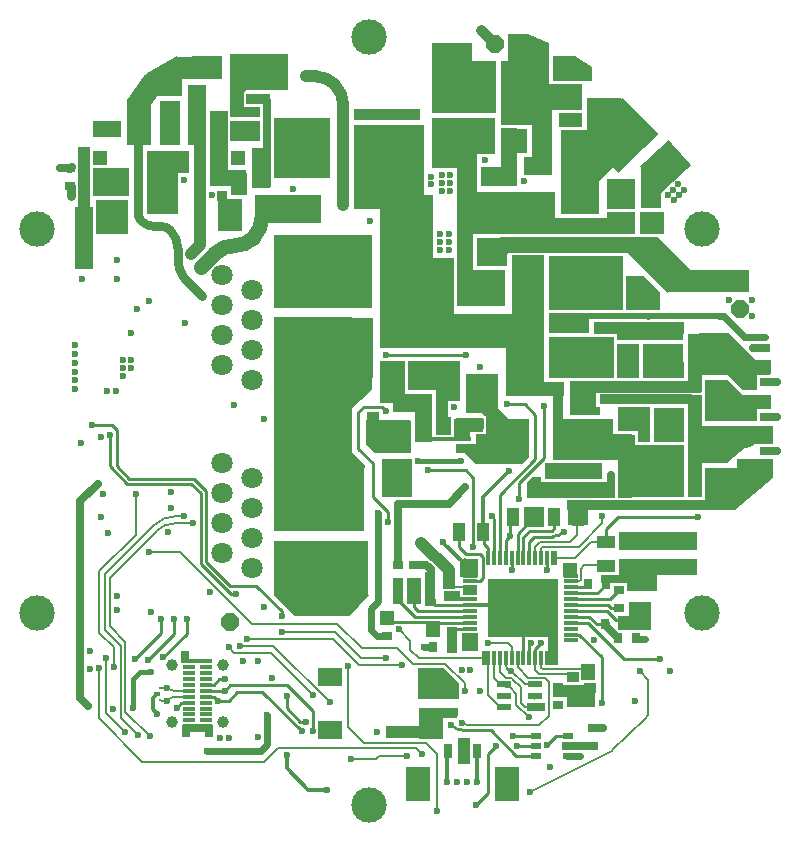
<source format=gtl>
G04*
G04 #@! TF.GenerationSoftware,Altium Limited,Altium Designer,22.0.2 (36)*
G04*
G04 Layer_Physical_Order=1*
G04 Layer_Color=255*
%FSLAX25Y25*%
%MOIN*%
G70*
G04*
G04 #@! TF.SameCoordinates,03AFB46A-AB1F-498B-8AA6-452B2CF56A70*
G04*
G04*
G04 #@! TF.FilePolarity,Positive*
G04*
G01*
G75*
%ADD12C,0.01000*%
%ADD14C,0.00800*%
%ADD26R,0.03500X0.03000*%
%ADD27R,0.22835X0.24410*%
%ADD28R,0.06299X0.11811*%
%ADD29R,0.09843X0.06693*%
%ADD30R,0.17717X0.06496*%
%ADD31R,0.00787X0.00787*%
%ADD32R,0.02559X0.03819*%
%ADD33R,0.04000X0.06000*%
%ADD34R,0.04173X0.07165*%
%ADD35R,0.03000X0.03500*%
%ADD36R,0.10984X0.10118*%
%ADD37R,0.15748X0.07874*%
%ADD38R,0.04803X0.02441*%
%ADD39R,0.08268X0.11811*%
%ADD40R,0.03150X0.05118*%
%ADD41R,0.03740X0.02362*%
%ADD42R,0.07874X0.05906*%
%ADD43R,0.04724X0.04724*%
%ADD44R,0.06000X0.04000*%
%ADD45R,0.03937X0.01181*%
%ADD46R,0.05118X0.04606*%
%ADD47P,0.06494X8X202.5*%
%ADD48P,0.06494X8X292.5*%
%ADD49R,0.03150X0.03543*%
%ADD50R,0.19685X0.19685*%
%ADD51R,0.01260X0.04803*%
%ADD52R,0.04803X0.01260*%
%ADD53R,0.02362X0.03150*%
%ADD54R,0.03150X0.02362*%
%ADD55R,0.10236X0.12598*%
%ADD99C,0.04000*%
%ADD100C,0.03000*%
%ADD101C,0.05000*%
%ADD102C,0.01800*%
%ADD103C,0.01500*%
%ADD104C,0.02500*%
%ADD105C,0.01200*%
%ADD106C,0.02200*%
%ADD107C,0.03500*%
%ADD108C,0.02000*%
%ADD109R,0.04471X0.10683*%
%ADD110R,0.02000X0.01500*%
G04:AMPARAMS|DCode=111|XSize=75.03mil|YSize=105.6mil|CornerRadius=0mil|HoleSize=0mil|Usage=FLASHONLY|Rotation=325.000|XOffset=0mil|YOffset=0mil|HoleType=Round|Shape=Rectangle|*
%AMROTATEDRECTD111*
4,1,4,-0.06102,-0.02173,-0.00045,0.06477,0.06102,0.02173,0.00045,-0.06477,-0.06102,-0.02173,0.0*
%
%ADD111ROTATEDRECTD111*%

G04:AMPARAMS|DCode=112|XSize=67.84mil|YSize=119.15mil|CornerRadius=0mil|HoleSize=0mil|Usage=FLASHONLY|Rotation=300.000|XOffset=0mil|YOffset=0mil|HoleType=Round|Shape=Rectangle|*
%AMROTATEDRECTD112*
4,1,4,-0.06855,-0.00041,0.03463,0.05916,0.06855,0.00041,-0.03463,-0.05916,-0.06855,-0.00041,0.0*
%
%ADD112ROTATEDRECTD112*%

%ADD113R,0.15372X0.07735*%
%ADD114R,0.08300X0.15005*%
%ADD115R,0.09813X0.07500*%
%ADD116R,0.14600X0.01600*%
%ADD117R,0.05400X0.07100*%
%ADD118R,0.07900X0.13300*%
%ADD119R,0.21600X0.17800*%
%ADD120R,0.26100X0.08785*%
%ADD121R,0.05100X0.21385*%
%ADD122R,0.20200X0.08463*%
%ADD123R,0.19400X0.12400*%
%ADD124R,0.06753X0.08275*%
%ADD125R,0.06200X0.19944*%
%ADD126R,0.09601X0.04650*%
%ADD127R,0.02918X0.04328*%
%ADD128R,0.09700X0.01800*%
%ADD129R,0.32800X0.14300*%
%ADD130R,0.19400X0.04800*%
%ADD131R,0.03800X0.26000*%
%ADD132R,0.12600X0.19200*%
%ADD133R,0.31700X0.18406*%
%ADD134R,0.30250X0.21850*%
%ADD135R,0.31000X0.11600*%
%ADD136R,0.06300X0.22000*%
%ADD137R,0.05726X0.31600*%
%ADD138R,0.12200X0.05300*%
%ADD139R,0.03726X0.19585*%
G04:AMPARAMS|DCode=140|XSize=155.54mil|YSize=69.2mil|CornerRadius=0mil|HoleSize=0mil|Usage=FLASHONLY|Rotation=45.000|XOffset=0mil|YOffset=0mil|HoleType=Round|Shape=Rectangle|*
%AMROTATEDRECTD140*
4,1,4,-0.03053,-0.07946,-0.07946,-0.03053,0.03053,0.07946,0.07946,0.03053,-0.03053,-0.07946,0.0*
%
%ADD140ROTATEDRECTD140*%

G04:AMPARAMS|DCode=141|XSize=62.04mil|YSize=111.79mil|CornerRadius=0mil|HoleSize=0mil|Usage=FLASHONLY|Rotation=42.000|XOffset=0mil|YOffset=0mil|HoleType=Round|Shape=Rectangle|*
%AMROTATEDRECTD141*
4,1,4,0.01435,-0.06229,-0.06045,0.02078,-0.01435,0.06229,0.06045,-0.02078,0.01435,-0.06229,0.0*
%
%ADD141ROTATEDRECTD141*%

%ADD142R,0.16437X0.25000*%
%ADD143R,0.16237X0.12100*%
%ADD144R,0.05498X0.55954*%
%ADD145R,0.14666X0.57853*%
%ADD146R,0.04200X0.06000*%
%ADD147R,0.13800X0.18000*%
%ADD148R,0.07500X0.01100*%
%ADD149R,0.04600X0.04736*%
%ADD150R,0.06150X0.05100*%
%ADD151R,0.13800X0.23300*%
%ADD152R,0.05891X0.02561*%
%ADD153R,0.04379X0.03324*%
%ADD154R,0.03726X0.29097*%
%ADD155R,0.04678X0.05237*%
%ADD156R,0.10400X0.13095*%
%ADD157R,0.09378X0.07700*%
%ADD158R,0.14300X0.04337*%
%ADD159R,0.53000X0.05200*%
%ADD160R,0.07020X0.19897*%
%ADD161R,0.12372X0.09500*%
%ADD162R,0.25900X0.52000*%
%ADD163R,0.08400X0.07500*%
G04:AMPARAMS|DCode=164|XSize=88.39mil|YSize=172.54mil|CornerRadius=0mil|HoleSize=0mil|Usage=FLASHONLY|Rotation=45.000|XOffset=0mil|YOffset=0mil|HoleType=Round|Shape=Rectangle|*
%AMROTATEDRECTD164*
4,1,4,0.02975,-0.09225,-0.09225,0.02975,-0.02975,0.09225,0.09225,-0.02975,0.02975,-0.09225,0.0*
%
%ADD164ROTATEDRECTD164*%

%ADD165R,0.04031X0.03870*%
%ADD166R,0.04700X0.34300*%
%ADD167R,0.04700X0.19700*%
%ADD168R,0.03600X0.06900*%
%ADD169R,0.18700X0.20200*%
%ADD170R,0.04500X0.07177*%
%ADD171R,0.07235X0.08200*%
%ADD172R,0.22300X0.03500*%
%ADD173R,0.25900X0.05900*%
%ADD174R,0.03850X0.03537*%
%ADD175R,0.20713X0.05800*%
G04:AMPARAMS|DCode=176|XSize=157.93mil|YSize=61.55mil|CornerRadius=0mil|HoleSize=0mil|Usage=FLASHONLY|Rotation=43.000|XOffset=0mil|YOffset=0mil|HoleType=Round|Shape=Rectangle|*
%AMROTATEDRECTD176*
4,1,4,-0.03676,-0.07636,-0.07874,-0.03135,0.03676,0.07636,0.07874,0.03135,-0.03676,-0.07636,0.0*
%
%ADD176ROTATEDRECTD176*%

G04:AMPARAMS|DCode=177|XSize=128.03mil|YSize=66.49mil|CornerRadius=0mil|HoleSize=0mil|Usage=FLASHONLY|Rotation=42.000|XOffset=0mil|YOffset=0mil|HoleType=Round|Shape=Rectangle|*
%AMROTATEDRECTD177*
4,1,4,-0.02533,-0.06754,-0.06982,-0.01813,0.02533,0.06754,0.06982,0.01813,-0.02533,-0.06754,0.0*
%
%ADD177ROTATEDRECTD177*%

%ADD178R,0.07156X0.14150*%
%ADD179R,0.09774X0.10100*%
%ADD180R,0.56000X0.03300*%
%ADD181R,0.10100X0.03700*%
%ADD182R,0.04500X0.12300*%
%ADD183R,0.48100X0.02300*%
%ADD184R,0.04200X0.08826*%
%ADD185R,0.09700X0.02500*%
%ADD186R,0.05400X0.06000*%
%ADD187R,0.31050X0.03300*%
%ADD188R,0.29400X0.05200*%
%ADD189R,0.08421X0.06200*%
%ADD190R,0.22100X0.05000*%
%ADD191R,0.18600X0.05000*%
%ADD192R,0.11500X0.12100*%
%ADD193R,0.23900X0.06100*%
%ADD194R,0.39619X0.03900*%
%ADD195R,0.08100X0.12300*%
%ADD196R,0.13700X0.07000*%
%ADD197R,0.18700X0.04400*%
%ADD198R,0.07974X0.04700*%
%ADD199R,0.10300X0.03000*%
%ADD200R,0.10400X0.11600*%
%ADD201R,0.10600X0.07900*%
%ADD202R,0.13200X0.05700*%
%ADD203R,0.13500X0.11800*%
%ADD204R,0.07400X0.11800*%
%ADD205R,0.13979X0.07600*%
%ADD206R,0.03400X0.03500*%
%ADD207R,0.04100X0.24100*%
%ADD208R,0.09700X0.05500*%
%ADD209R,0.10600X0.11617*%
%ADD210R,0.07000X0.02500*%
%ADD211R,0.07100X0.06500*%
G04:AMPARAMS|DCode=212|XSize=53.74mil|YSize=199.4mil|CornerRadius=0mil|HoleSize=0mil|Usage=FLASHONLY|Rotation=45.000|XOffset=0mil|YOffset=0mil|HoleType=Round|Shape=Rectangle|*
%AMROTATEDRECTD212*
4,1,4,0.05150,-0.08950,-0.08950,0.05150,-0.05150,0.08950,0.08950,-0.05150,0.05150,-0.08950,0.0*
%
%ADD212ROTATEDRECTD212*%

%ADD213R,0.27650X0.07700*%
%ADD214R,0.11055X0.05100*%
%ADD215R,0.07500X0.09600*%
%ADD216R,0.30000X0.04000*%
%ADD217R,0.06285X0.20700*%
%ADD218R,0.02600X0.29425*%
%ADD219R,0.06000X0.13600*%
%ADD220R,0.05900X0.25000*%
%ADD221R,0.27900X0.20200*%
%ADD222R,0.08000X0.05900*%
%ADD223R,0.15900X0.10500*%
G04:AMPARAMS|DCode=224|XSize=208.66mil|YSize=128.77mil|CornerRadius=0mil|HoleSize=0mil|Usage=FLASHONLY|Rotation=45.000|XOffset=0mil|YOffset=0mil|HoleType=Round|Shape=Rectangle|*
%AMROTATEDRECTD224*
4,1,4,-0.02825,-0.11930,-0.11930,-0.02825,0.02825,0.11930,0.11930,0.02825,-0.02825,-0.11930,0.0*
%
%ADD224ROTATEDRECTD224*%

G04:AMPARAMS|DCode=225|XSize=66.31mil|YSize=169.71mil|CornerRadius=0mil|HoleSize=0mil|Usage=FLASHONLY|Rotation=225.000|XOffset=0mil|YOffset=0mil|HoleType=Round|Shape=Rectangle|*
%AMROTATEDRECTD225*
4,1,4,-0.03655,0.08345,0.08345,-0.03655,0.03655,-0.08345,-0.08345,0.03655,-0.03655,0.08345,0.0*
%
%ADD225ROTATEDRECTD225*%

%ADD226R,0.13100X0.27999*%
%ADD227R,0.12000X0.08500*%
%ADD228R,0.15900X0.16400*%
%ADD229R,0.18100X0.17400*%
%ADD230R,0.14019X0.16999*%
%ADD231R,0.23266X0.22200*%
%ADD232R,0.08300X0.10900*%
%ADD233R,0.09800X0.13000*%
%ADD234R,0.19300X0.09800*%
%ADD235R,0.06800X0.14684*%
%ADD236R,0.04800X0.05784*%
%ADD237R,0.03500X0.11600*%
%ADD238R,0.09900X0.10163*%
%ADD239R,0.09841X0.02700*%
%ADD240R,0.03383X0.06000*%
%ADD241R,0.03500X0.08500*%
%ADD242R,0.05500X0.03300*%
%ADD243R,0.02600X0.04803*%
%ADD244R,0.12000X0.02500*%
%ADD245R,0.13150X0.03600*%
%ADD246R,0.04800X0.04500*%
%ADD247R,0.08000X0.03200*%
%ADD248R,0.10100X0.06718*%
%ADD249R,0.22400X0.09353*%
%ADD250R,0.24700X0.18463*%
%ADD251R,0.25850X0.05800*%
%ADD252R,0.10400X0.09800*%
%ADD253R,0.10800X0.27600*%
%ADD254R,0.06100X0.11500*%
%ADD255R,0.06199X0.06463*%
%ADD256R,0.05000X0.03200*%
%ADD257R,0.06800X0.08300*%
%ADD258R,0.06572X0.06800*%
%ADD259R,0.01972X0.05000*%
%ADD260R,0.04600X0.08700*%
%ADD261R,0.03700X0.08700*%
%ADD262C,0.22835*%
%ADD263R,0.06260X0.06260*%
%ADD264C,0.06260*%
%ADD265R,0.10394X0.10394*%
%ADD266C,0.10394*%
%ADD267C,0.03937*%
%ADD268C,0.07087*%
%ADD269C,0.11811*%
%ADD270C,0.02362*%
G36*
X59900Y254010D02*
Y248100D01*
X46122D01*
Y257078D01*
X53085D01*
X59900Y254010D01*
D02*
G37*
G36*
X74300Y245931D02*
Y241545D01*
X61400D01*
Y249600D01*
X68523D01*
X74300Y245931D01*
D02*
G37*
G36*
X16800Y228400D02*
X-4900D01*
Y231900D01*
X16800D01*
Y228400D01*
D02*
G37*
G36*
X70800Y226000D02*
X63200D01*
Y230800D01*
X70800D01*
Y226000D01*
D02*
G37*
G36*
X84100Y232016D02*
X72750Y221382D01*
Y235700D01*
X84100D01*
Y232016D01*
D02*
G37*
G36*
X49400Y207200D02*
Y206300D01*
X37400D01*
Y212800D01*
X43900Y212800D01*
Y225600D01*
X49400D01*
Y207200D01*
D02*
G37*
G36*
X-63800Y197100D02*
X-74000D01*
Y216600D01*
X-63800D01*
Y197100D01*
D02*
G37*
G36*
X1100Y165800D02*
X-31800D01*
Y190086D01*
X1100D01*
Y165800D01*
D02*
G37*
G36*
X97000Y171200D02*
Y165000D01*
X89885D01*
X91400Y175400D01*
X91750Y176450D01*
X97000Y171200D01*
D02*
G37*
G36*
X34100Y152300D02*
X3600D01*
Y163400D01*
X34100D01*
Y152300D01*
D02*
G37*
G36*
X81500Y142400D02*
X60000D01*
Y156100D01*
X81500D01*
Y142400D01*
D02*
G37*
G36*
X134000Y143400D02*
X129400D01*
Y138500D01*
Y138300D01*
X124603D01*
X119503Y143400D01*
X110100D01*
Y157291D01*
X119600D01*
X134000Y143400D01*
D02*
G37*
G36*
X1100Y138455D02*
X-6440Y131600D01*
X-20600D01*
X1100Y149782D01*
Y138455D01*
D02*
G37*
G36*
X75500Y135800D02*
Y130200D01*
X67000D01*
Y141500D01*
X75500D01*
Y135800D01*
D02*
G37*
G36*
X129200Y132100D02*
Y127953D01*
X111800D01*
Y141700D01*
X119600D01*
X129200Y132100D01*
D02*
G37*
G36*
X38100Y124500D02*
X28800D01*
Y129100D01*
X38100D01*
Y124500D01*
D02*
G37*
G36*
X30000Y138272D02*
X26300D01*
Y123500D01*
X22341D01*
Y138272D01*
X13100D01*
Y148162D01*
X30000D01*
Y138272D01*
D02*
G37*
G36*
X11800Y137100D02*
X21000D01*
Y131000D01*
X20984D01*
Y121100D01*
X15200D01*
Y131000D01*
X7900D01*
Y134050D01*
X4349D01*
X4229Y134074D01*
X3600D01*
Y148172D01*
X11800D01*
Y137100D01*
D02*
G37*
G36*
X13800Y128200D02*
Y117500D01*
X2000D01*
X-1000Y120500D01*
Y128300D01*
X13700D01*
X13800Y128200D01*
D02*
G37*
G36*
X128300Y121700D02*
X119200Y114110D01*
X109400D01*
Y126010D01*
X127955D01*
X128300Y121700D01*
D02*
G37*
G36*
X43000Y132525D02*
X46725Y128800D01*
X53355D01*
Y116155D01*
X51000Y113800D01*
X35650D01*
X32050Y117400D01*
X29050D01*
Y120386D01*
X33800D01*
X33869Y120400D01*
X35638D01*
Y123785D01*
X39071D01*
Y129429D01*
X38780Y129720D01*
Y129759D01*
X38741D01*
X37700Y130800D01*
X32400D01*
Y143700D01*
X43000D01*
Y132525D01*
D02*
G37*
G36*
X77600Y108700D02*
X58500D01*
Y114100D01*
X77600D01*
Y108700D01*
D02*
G37*
G36*
X-7682Y119482D02*
X-1550Y113350D01*
X-2300Y107482D01*
X-15200Y119482D01*
X-7682Y119482D01*
D02*
G37*
G36*
X57400Y106759D02*
X52500Y107800D01*
X54200Y109500D01*
X57400D01*
Y106759D01*
D02*
G37*
G36*
X134700Y109200D02*
X122100Y98400D01*
X111800D01*
Y112500D01*
X134700D01*
Y109200D01*
D02*
G37*
G36*
X-6395Y63000D02*
X-24800D01*
X-31724Y69924D01*
X0D01*
X-6395Y63000D01*
D02*
G37*
G36*
X29800Y40643D02*
X29800Y35400D01*
X16395Y35400D01*
Y45718D01*
X24725D01*
X29800Y40643D01*
D02*
G37*
D12*
X27300Y26700D02*
G03*
X31646Y24900I4346J4346D01*
G01*
X53900Y54000D02*
G03*
X53381Y52748I1252J-1252D01*
G01*
X61140Y89543D02*
G03*
X64900Y91100I0J5317D01*
G01*
X62828Y36437D02*
G03*
X62677Y36500I-152J-152D01*
G01*
X41570Y95319D02*
G03*
X41081Y96500I-1670J0D01*
G01*
X-3588Y118891D02*
X1200Y114102D01*
X-3588Y130965D02*
X-1703Y132850D01*
X-3588Y118891D02*
Y130965D01*
X-27534Y32334D02*
X-23069Y27869D01*
X-27534Y32334D02*
Y36366D01*
X1200Y102800D02*
X6300Y97700D01*
X1200Y102800D02*
Y114102D01*
X-50381Y34881D02*
X-46819D01*
X-50387D02*
X-50381D01*
X-60260Y34084D02*
X-60169Y34174D01*
X-64200Y32500D02*
X-62616Y34084D01*
X-60260D01*
X55400Y115400D02*
Y130200D01*
X43539Y103539D02*
X55400Y115400D01*
X51800Y133800D02*
X55400Y130200D01*
X50000Y107454D02*
X58200Y115654D01*
Y132900D01*
X-29101Y63283D02*
Y64701D01*
X-46496Y73200D02*
X-37600D01*
X-29101Y63283D02*
X-28914Y63096D01*
X-37600Y73200D02*
X-29101Y64701D01*
X-46141Y70441D02*
X-44478D01*
X-54495Y38105D02*
X-48100D01*
X-60700Y57200D02*
Y62181D01*
X-78000Y48800D02*
X-69481Y57319D01*
Y62181D01*
X-73800Y48400D02*
X-65100Y57100D01*
Y62200D01*
X-68600Y49300D02*
X-60700Y57200D01*
X6300Y94319D02*
Y97700D01*
X34600Y86100D02*
Y109200D01*
X32178Y111622D02*
X34600Y109200D01*
X5500Y150200D02*
X32281D01*
X31646Y24900D02*
X40500D01*
X-1703Y132850D02*
X4229D01*
X46100Y133800D02*
X51800D01*
X67291Y56749D02*
X70051D01*
X77500Y33900D02*
Y49300D01*
X70051Y56749D02*
X77500Y49300D01*
X72819Y60816D02*
X84835Y48800D01*
X67161Y60816D02*
X72819D01*
X84835Y48800D02*
X97000D01*
X67161Y56879D02*
X67291Y56749D01*
X67161Y62784D02*
X73416D01*
X78329Y60337D02*
X78528Y60537D01*
X73416Y62784D02*
X75863Y60337D01*
X78329D01*
X-27300Y39900D02*
X-18750Y31350D01*
X-46300Y39900D02*
X-27300D01*
X-18750Y24600D02*
Y31350D01*
X53381Y49005D02*
Y52748D01*
X55010Y36500D02*
X55100Y36410D01*
X50000Y102000D02*
Y107454D01*
X43539Y82469D02*
Y103539D01*
X4229Y132850D02*
X5600Y131480D01*
X-54500Y81204D02*
Y104700D01*
X-58503Y108703D02*
X-54500Y104700D01*
X-79903Y108703D02*
X-58503D01*
X14800Y66200D02*
Y68509D01*
Y66200D02*
X16247Y64753D01*
X14800Y68509D02*
X15428Y69137D01*
X16247Y64753D02*
X33696D01*
Y74595D02*
X33723Y74622D01*
X36822D02*
X37900Y75700D01*
Y82714D01*
X33723Y74622D02*
X36822D01*
X62347Y23146D02*
X66413D01*
X59338Y20138D02*
X62347Y23146D01*
X55350Y49005D02*
Y51963D01*
X87200Y76419D02*
X87459Y76160D01*
X86783Y75483D02*
X87459Y76160D01*
X87700Y76400D01*
X55100Y35861D02*
Y36410D01*
X39602Y49005D02*
X39681Y48926D01*
X54500Y57900D02*
Y60066D01*
X55300Y60866D01*
X55350Y51963D02*
X57400Y54014D01*
X40500Y24900D02*
X48946Y16454D01*
X55587D01*
X44706Y66721D02*
X48059Y63368D01*
X-85819Y126619D02*
X-84100Y124900D01*
X-92460Y126619D02*
X-85819D01*
X-84100Y112900D02*
Y124900D01*
X-86534Y112923D02*
Y123362D01*
X-48100Y38100D02*
X-46300Y39900D01*
X-35700Y37800D02*
X-22500Y24600D01*
X-43900Y37800D02*
X-35700D01*
X-46819Y34881D02*
X-43900Y37800D01*
X-23069Y27869D02*
X-21132D01*
X-56219Y80519D02*
X-46141Y70441D01*
X-56219Y80519D02*
Y103919D01*
X-54500Y81204D02*
X-46496Y73200D01*
X-84100Y112900D02*
X-79903Y108703D01*
X-80614Y107003D02*
X-59303D01*
X-56219Y103919D01*
X-86534Y112923D02*
X-80614Y107003D01*
X48100Y23046D02*
X55587D01*
X41570Y82469D02*
Y95319D01*
X38211Y86989D02*
Y90592D01*
X39590Y84371D02*
Y85610D01*
X38211Y86989D02*
X39590Y85610D01*
X39602Y82469D02*
Y84359D01*
X39590Y84371D02*
X39602Y84359D01*
X37014Y83600D02*
X37900Y82714D01*
X29900Y85900D02*
X32200Y83600D01*
X37014D01*
X29900Y85900D02*
Y92303D01*
X59287Y78481D02*
Y82469D01*
X55080Y89543D02*
X61140D01*
X53381Y87843D02*
X55080Y89543D01*
X61683Y92286D02*
Y96117D01*
X60834Y91437D02*
X61683Y92286D01*
X53608Y91437D02*
X60834D01*
X47476Y78546D02*
Y82469D01*
X45500Y88300D02*
X46900Y89700D01*
X45500Y82477D02*
Y88300D01*
X46900Y89700D02*
Y95100D01*
X48000Y96200D01*
X49444Y82469D02*
Y90344D01*
X53004Y93904D01*
X61600Y96200D02*
X61683Y96117D01*
X19522Y111622D02*
X32178D01*
X53004Y93904D02*
X55149D01*
X80131Y68690D02*
X83179Y71737D01*
X67161Y68690D02*
X80131D01*
X-51648Y36143D02*
X-50387Y34881D01*
X-54500Y36143D02*
X-51648D01*
X-49900Y41900D02*
X-48100D01*
X-51720Y40080D02*
X-49900Y41900D01*
X48062Y63365D02*
X48064Y63364D01*
X48059Y63368D02*
X48062Y63365D01*
X27537Y73258D02*
X28031Y72764D01*
X27537Y73258D02*
Y74487D01*
X78900Y91900D02*
X83000Y96000D01*
X78900Y87700D02*
Y91900D01*
X83000Y96000D02*
X109500D01*
X35600Y200D02*
X39600Y4200D01*
Y17184D01*
X42116Y19700D01*
X49300D02*
X55387D01*
X21500Y66721D02*
X33696D01*
X4578Y60944D02*
X4601Y60967D01*
X21300Y60816D02*
X33696D01*
X4601Y60967D02*
X21149D01*
X21300Y60816D01*
X15384Y62784D02*
X33696D01*
X10429Y67740D02*
X15384Y62784D01*
X10429Y67740D02*
Y68137D01*
X9428Y69137D02*
X10429Y68137D01*
X53381Y82469D02*
Y87843D01*
X51413Y89242D02*
X53608Y91437D01*
X-88930Y199510D02*
X-88919Y197519D01*
X67308Y76694D02*
X68194D01*
X70100Y159600D02*
Y162400D01*
X70850Y163150D01*
X45500Y82477D02*
X45507Y82469D01*
X78061Y72631D02*
X79200D01*
X77808Y72377D02*
X78061Y72631D01*
X86783Y74520D02*
Y75483D01*
X87700Y76400D02*
X89100D01*
X78796Y73877D02*
X79439Y74520D01*
X48064Y63364D02*
X53527Y57900D01*
X21500Y67286D02*
Y68630D01*
X20500Y69630D02*
X21500Y68630D01*
X53527Y57900D02*
X54500D01*
X51413Y82469D02*
Y89242D01*
X51413Y49005D02*
Y57200D01*
X33696Y66721D02*
X35598Y66742D01*
X35605D01*
X42589Y66815D02*
X44706Y66721D01*
X67178Y76564D02*
X67308Y76694D01*
X67161Y76564D02*
X67178D01*
X79583Y66721D02*
X80567Y65737D01*
X83529Y61640D02*
X84528Y60640D01*
Y60537D02*
Y60640D01*
X67161Y64753D02*
X79147D01*
X82260Y61640D01*
X80567Y65737D02*
X83929D01*
X67161Y66721D02*
X79583D01*
X82260Y61640D02*
X83529D01*
X83179Y71737D02*
X83429D01*
X78119Y72700D02*
X78900D01*
X76078Y70658D02*
X78119Y72700D01*
X67161Y70658D02*
X76078D01*
X-54500Y40080D02*
X-51720D01*
X27000Y58847D02*
X33696D01*
X26500Y75524D02*
X27537Y74487D01*
X26500Y75524D02*
Y75700D01*
X31729Y72715D02*
X32255Y72189D01*
Y72100D02*
Y72189D01*
X32282Y76564D02*
X33696D01*
X32152Y76694D02*
X32282Y76564D01*
X32152Y76694D02*
Y78108D01*
X51413Y82469D02*
X51413Y82469D01*
X67161Y72627D02*
X73196D01*
D14*
X-69808Y35131D02*
G03*
X-69186Y34874I622J622D01*
G01*
X-64388Y36143D02*
G03*
X-67450Y34874I0J-4331D01*
G01*
Y39226D02*
G03*
X-64759Y38111I2692J2692D01*
G01*
X-69428Y39226D02*
G03*
X-69808Y39068I0J-538D01*
G01*
X-64658Y96300D02*
G03*
X-71729Y93371I0J-10000D01*
G01*
X-70749Y91508D02*
G03*
X-70751Y91506I5824J-5829D01*
G01*
X-64925Y93919D02*
G03*
X-70749Y91508I0J-8240D01*
G01*
X80892Y18145D02*
G03*
X81087Y18284I-362J714D01*
G01*
X30977Y27494D02*
G03*
X32893Y26700I1917J1917D01*
G01*
X45507Y46545D02*
G03*
X47352Y44700I1845J0D01*
G01*
X-69186Y34874D02*
X-67450D01*
X-69428Y39226D02*
X-67450D01*
X-64388Y36143D02*
X-60169D01*
X-64759Y38111D02*
X-60169D01*
X90219Y44600D02*
X93079Y41740D01*
X91874Y28748D02*
X93079Y29952D01*
Y41740D01*
X81087Y18284D02*
X91874Y28748D01*
X61200Y54100D02*
X61255Y54045D01*
Y49005D02*
Y54045D01*
X59287Y49005D02*
X61255D01*
X-81300Y31200D02*
X-73000Y22900D01*
X-81300Y31200D02*
Y54500D01*
X-64658Y96300D02*
X-61700D01*
X-88200Y76900D02*
X-71729Y93371D01*
X-64925Y93919D02*
X-58700D01*
X-86500Y75757D02*
X-70751Y91506D01*
X-86500Y59700D02*
Y75757D01*
X-88200Y58300D02*
Y76900D01*
X-89900Y78100D02*
X-77811Y90188D01*
X-89900Y57300D02*
Y78100D01*
X-86500Y59700D02*
X-81300Y54500D01*
X-88200Y58300D02*
X-82800Y52900D01*
X-89900Y57300D02*
X-85200Y52600D01*
X-81300Y24300D02*
X-81300D01*
X-87755Y30755D02*
Y48935D01*
Y30755D02*
X-81300Y24300D01*
X39600Y36774D02*
Y48305D01*
Y36774D02*
X43400Y32974D01*
X38800Y48203D02*
X39251Y48654D01*
X39330Y48575D02*
X39600Y48305D01*
X39251Y48654D02*
X39602Y49005D01*
X38900D02*
X39251Y48654D01*
X39330Y48575D01*
X-63000Y84500D02*
X-39000Y60500D01*
X-10626D02*
X-2526Y52400D01*
X-39000Y60500D02*
X-10626D01*
X-11300Y57800D02*
X-2569Y49069D01*
X-28914Y57800D02*
X-11300D01*
X-40678Y55381D02*
X-12181D01*
X-3560Y46760D01*
X-7076Y25942D02*
Y46398D01*
Y25942D02*
X-1834Y20700D01*
X-2526Y52400D02*
X9349D01*
X-3560Y46760D02*
X10909D01*
X9349Y52400D02*
X14549Y47200D01*
X-85200Y46100D02*
Y52600D01*
X-2569Y49069D02*
X5644D01*
X53758Y4400D02*
X80892Y18145D01*
X72876Y45045D02*
X73016Y44864D01*
X72278Y44237D02*
X73700D01*
X73073Y44864D02*
X73700Y44237D01*
X-43100Y53100D02*
X-31935D01*
X-13200Y34365D01*
Y34365D02*
Y34365D01*
X-6152Y15474D02*
X2274D01*
X3219Y16419D02*
X12450D01*
X2274Y15474D02*
X3219Y16419D01*
X-35025Y14500D02*
X-30463Y19062D01*
X15661D01*
X17600Y17123D01*
X18900Y20700D02*
X22600Y17000D01*
Y-2100D02*
Y17000D01*
X-1834Y20700D02*
X18900D01*
X14549Y47200D02*
X25300D01*
X31800Y40700D01*
Y37900D02*
Y40700D01*
X-44900Y50800D02*
X-32861D01*
X-18880Y36820D01*
X16519Y49000D02*
X38800D01*
X13684Y51835D02*
Y54716D01*
Y51835D02*
X16519Y49000D01*
X43539Y44274D02*
X45452Y42361D01*
X47570D01*
X48097Y41833D01*
X43539Y44274D02*
Y47103D01*
X56923Y87700D02*
X67000D01*
X69200Y89900D02*
Y95966D01*
X67000Y87700D02*
X69200Y89900D01*
X88876Y159900D02*
X90000D01*
X69129Y96037D02*
X69200Y95966D01*
X70462Y75062D02*
Y78862D01*
X71500Y79900D01*
X69995Y74595D02*
X70462Y75062D01*
X71500Y79900D02*
X78900D01*
X67161Y74595D02*
X69995D01*
X78900Y79900D02*
X79200D01*
X67161Y74595D02*
X67391Y74825D01*
X47476Y49005D02*
Y52816D01*
X39671Y54091D02*
X46200D01*
X47476Y52816D01*
X-90136Y28936D02*
X-75700Y14500D01*
X-90136Y28936D02*
Y45881D01*
X58608Y42361D02*
X59781Y41187D01*
X56700Y26700D02*
X59781Y29781D01*
Y41187D01*
X41570Y42284D02*
X43614Y40240D01*
X41570Y42284D02*
Y49005D01*
X43614Y40240D02*
X44795D01*
X49100Y33500D02*
Y37117D01*
X44795Y40240D02*
X45616Y39420D01*
X46797D01*
X49100Y37117D01*
X56439Y43861D02*
X66555D01*
X55350Y44950D02*
Y49005D01*
Y44950D02*
X56439Y43861D01*
X67428Y42987D02*
X67678D01*
X66555Y43861D02*
X67428Y42987D01*
X9814Y58586D02*
X13684Y54716D01*
X45507Y46545D02*
Y49005D01*
X47352Y44700D02*
X51812Y40240D01*
X55110Y32760D02*
X55410D01*
X45507Y49005D02*
X45737Y48775D01*
X32893Y26700D02*
X56700D01*
X51961Y32760D02*
X55110D01*
X53300Y29300D02*
X53400D01*
X49100Y33500D02*
X53300Y29300D01*
X71860Y43818D02*
X72278Y44237D01*
X71860Y43441D02*
Y43818D01*
X70900Y45400D02*
X71650Y46150D01*
X57816Y45400D02*
X70900D01*
X51812Y40240D02*
X55110D01*
X48097Y41833D02*
X50600Y39330D01*
Y34121D02*
Y39330D01*
X48097Y41833D02*
Y41833D01*
X49493Y45925D02*
X53057Y42361D01*
X49493Y45925D02*
Y48956D01*
X53057Y42361D02*
X58608D01*
X49444Y49005D02*
X49493Y48956D01*
X57348Y45869D02*
Y48975D01*
Y45869D02*
X57816Y45400D01*
X57318Y49005D02*
X57348Y48975D01*
X50600Y34121D02*
X51961Y32760D01*
X73016Y44864D02*
X73073D01*
X72278Y45818D02*
X72876Y45045D01*
X-73500Y84500D02*
X-63000D01*
X-77811Y90188D02*
Y103700D01*
X-82800Y29026D02*
Y52900D01*
X-75700Y14500D02*
X-35025D01*
X-82800Y29026D02*
X-77137Y23363D01*
X-46700Y52600D02*
X-44900Y50800D01*
X69828Y94237D02*
Y95137D01*
X69800Y86200D02*
X77600Y94000D01*
Y96400D01*
X57787Y86200D02*
X69800D01*
X73837Y87600D02*
X79100D01*
X-49000Y93919D02*
Y95100D01*
X55350Y86127D02*
X56923Y87700D01*
X57318Y82469D02*
Y85731D01*
X57787Y86200D01*
X61255Y82469D02*
X68707D01*
X73837Y87600D01*
X61485Y83837D02*
Y84471D01*
X55350Y82469D02*
Y86127D01*
X26900Y29900D02*
Y31500D01*
X-54500Y38111D02*
X-54495Y38105D01*
X-55131Y36131D02*
X-55100Y36100D01*
X27775Y30475D02*
X28300Y31000D01*
X27650Y30600D02*
X28050Y31000D01*
X28300D01*
X28550D01*
X61255Y83607D02*
X61485Y83837D01*
D26*
X30900Y124900D02*
D03*
Y118900D02*
D03*
X74500Y19700D02*
D03*
Y25700D02*
D03*
X132000Y129400D02*
D03*
Y123400D02*
D03*
X68229Y42437D02*
D03*
Y36437D02*
D03*
X15096Y80127D02*
D03*
Y74127D02*
D03*
X9596Y80127D02*
D03*
Y74127D02*
D03*
X-99600Y212400D02*
D03*
Y206400D02*
D03*
X-38000Y231300D02*
D03*
Y225300D02*
D03*
X5800Y56500D02*
D03*
Y62500D02*
D03*
X73628Y45337D02*
D03*
Y39337D02*
D03*
X107400Y80400D02*
D03*
Y86400D02*
D03*
X27900Y30900D02*
D03*
Y36900D02*
D03*
X62828Y39437D02*
D03*
Y33437D02*
D03*
X83429Y71737D02*
D03*
Y65737D02*
D03*
X132000Y111900D02*
D03*
Y117900D02*
D03*
Y134900D02*
D03*
Y140900D02*
D03*
Y146400D02*
D03*
Y152400D02*
D03*
D27*
X16800Y170534D02*
D03*
D28*
X25796Y142266D02*
D03*
X7804D02*
D03*
D29*
X-53974Y246300D02*
D03*
X-38226D02*
D03*
D30*
X79929Y120537D02*
D03*
X44496D02*
D03*
D31*
X-69808Y39068D02*
D03*
Y35131D02*
D03*
X-70792Y37100D02*
D03*
D32*
X10300Y108550D02*
D03*
Y122250D02*
D03*
X36800Y140850D02*
D03*
Y127150D02*
D03*
D33*
X25200Y126500D02*
D03*
X17200D02*
D03*
X56000Y96200D02*
D03*
X48000D02*
D03*
X38100Y90903D02*
D03*
X30100D02*
D03*
X61600Y96200D02*
D03*
X69600D02*
D03*
D34*
X1116Y127600D02*
D03*
X-10916D02*
D03*
D35*
X24500Y132900D02*
D03*
X18500D02*
D03*
X87900Y151200D02*
D03*
X93900D02*
D03*
X97800Y123300D02*
D03*
X91800D02*
D03*
X27400Y52663D02*
D03*
X21400D02*
D03*
X88900Y55600D02*
D03*
X82900D02*
D03*
X72896Y73627D02*
D03*
X78896D02*
D03*
X26500Y75700D02*
D03*
X20500D02*
D03*
X26500Y69630D02*
D03*
X20500D02*
D03*
X78528Y60537D02*
D03*
X84528D02*
D03*
X21500Y57600D02*
D03*
X27500D02*
D03*
X9428Y69137D02*
D03*
X15428D02*
D03*
D36*
X65299Y171501D02*
D03*
X39945D02*
D03*
D37*
X6900Y213800D02*
D03*
X-21053D02*
D03*
D38*
X55110Y32760D02*
D03*
Y40240D02*
D03*
X44795D02*
D03*
Y36500D02*
D03*
Y32760D02*
D03*
X55110Y36500D02*
D03*
D39*
X16139Y7187D02*
D03*
X46061Y7187D02*
D03*
D40*
X26179Y18013D02*
D03*
X31100D02*
D03*
X36021Y18013D02*
D03*
D41*
X55587Y16454D02*
D03*
Y19800D02*
D03*
Y23146D02*
D03*
X66413Y16454D02*
D03*
Y19800D02*
D03*
Y23146D02*
D03*
D42*
X-12932Y42758D02*
D03*
Y25042D02*
D03*
X20532D02*
D03*
Y42758D02*
D03*
D43*
X97214Y129800D02*
D03*
X86190D02*
D03*
X97214Y144700D02*
D03*
X86190D02*
D03*
D44*
X78900Y79700D02*
D03*
Y87700D02*
D03*
X101228D02*
D03*
Y79700D02*
D03*
X89529Y65737D02*
D03*
Y73737D02*
D03*
X86343Y87700D02*
D03*
Y79700D02*
D03*
X93786Y87700D02*
D03*
Y79700D02*
D03*
D45*
X-60169Y26300D02*
D03*
Y28269D02*
D03*
Y30237D02*
D03*
Y32206D02*
D03*
Y34174D02*
D03*
Y36143D02*
D03*
Y38111D02*
D03*
Y40080D02*
D03*
Y42048D02*
D03*
Y44017D02*
D03*
Y45985D02*
D03*
Y47954D02*
D03*
X-54500D02*
D03*
Y45985D02*
D03*
Y44017D02*
D03*
Y42048D02*
D03*
Y40080D02*
D03*
Y38111D02*
D03*
Y36143D02*
D03*
Y34174D02*
D03*
Y32206D02*
D03*
Y30237D02*
D03*
Y28269D02*
D03*
Y26300D02*
D03*
D46*
X-43666Y215580D02*
D03*
X-89571D02*
D03*
X-43666Y205737D02*
D03*
Y225422D02*
D03*
X-89571D02*
D03*
Y205737D02*
D03*
D47*
X123628Y174637D02*
D03*
Y165337D02*
D03*
D48*
X-46500Y61200D02*
D03*
X42000Y253800D02*
D03*
D49*
X-87272Y193700D02*
D03*
X-96328D02*
D03*
D50*
X50428Y65737D02*
D03*
D51*
X61255Y49005D02*
D03*
X59287D02*
D03*
X51413D02*
D03*
X39602Y82469D02*
D03*
X41570D02*
D03*
X43539D02*
D03*
X45507D02*
D03*
X47476D02*
D03*
X49444D02*
D03*
X51413D02*
D03*
X53381D02*
D03*
X55350D02*
D03*
X57318D02*
D03*
X59287D02*
D03*
X61255D02*
D03*
X57318Y49005D02*
D03*
X55350D02*
D03*
X53381D02*
D03*
X49444D02*
D03*
X47476D02*
D03*
X45507D02*
D03*
X43539D02*
D03*
X41570D02*
D03*
X39602D02*
D03*
D52*
X67161Y64753D02*
D03*
Y58847D02*
D03*
Y54910D02*
D03*
X33696D02*
D03*
Y56879D02*
D03*
Y66721D02*
D03*
X67161Y76564D02*
D03*
Y74595D02*
D03*
Y72627D02*
D03*
Y70658D02*
D03*
Y68690D02*
D03*
Y66721D02*
D03*
Y62784D02*
D03*
Y60816D02*
D03*
Y56879D02*
D03*
X33696Y58847D02*
D03*
Y60816D02*
D03*
Y62784D02*
D03*
Y64753D02*
D03*
Y68690D02*
D03*
Y70658D02*
D03*
Y72627D02*
D03*
Y74595D02*
D03*
Y76564D02*
D03*
D53*
X85970Y200600D02*
D03*
X91482D02*
D03*
X91456Y195400D02*
D03*
X85944D02*
D03*
X-58944Y238300D02*
D03*
X-64456D02*
D03*
D54*
X-35200Y207056D02*
D03*
Y201544D02*
D03*
D55*
X69600Y218600D02*
D03*
X25899D02*
D03*
D99*
X-8600Y233158D02*
G03*
X-11529Y240229I-10000J0D01*
G01*
X-11804Y240504D02*
G03*
X-17588Y242900I-5784J-5784D01*
G01*
X-8600Y200200D02*
Y233158D01*
X-11804Y240504D02*
X-11529Y240229D01*
X-20900Y242900D02*
X-17588D01*
X-56381Y186719D02*
Y238037D01*
X-59400Y183700D02*
X-56381Y186719D01*
X90000Y87700D02*
X93786D01*
X-94630Y182000D02*
Y186800D01*
X101900Y87637D02*
X105137D01*
X55100Y192800D02*
X55600Y192300D01*
X44105Y184500D02*
Y187205D01*
X26500Y75700D02*
Y78266D01*
X17428Y87337D02*
X26500Y78266D01*
D100*
X-63700Y185352D02*
G03*
X-66350Y191750I-9048J0D01*
G01*
D02*
G03*
X-69126Y192900I-2776J-2776D01*
G01*
X-77000Y197217D02*
G03*
X-75966Y194729I3512J-0D01*
G01*
D02*
G03*
X-71564Y192900I4422J4432D01*
G01*
D02*
G03*
X-71537Y192900I19J6261D01*
G01*
X-61911Y176101D02*
G03*
X-60872Y174872I7868J5599D01*
G01*
X-63700Y181700D02*
G03*
X-61911Y176101I9657J0D01*
G01*
X-77000Y197217D02*
X-77000Y224400D01*
X-71564Y192900D02*
X-69126D01*
X-71930D02*
X-71564D01*
X-60872Y174872D02*
X-55800Y169800D01*
X-63700Y181700D02*
Y185352D01*
X43959Y120000D02*
X44497Y120537D01*
X125700Y113057D02*
X126857Y111900D01*
X69129Y96037D02*
Y96237D01*
X-99500Y203200D02*
Y206400D01*
X126857Y111900D02*
X132000D01*
D101*
X-38629Y189146D02*
G03*
X-35700Y196217I-7071J7071D01*
G01*
X-44572Y186586D02*
G03*
X-38800Y188975I0J8168D01*
G01*
D02*
G03*
X-38796Y188978I-5772J5779D01*
G01*
X-44572Y186586D02*
G03*
X-51531Y183767I0J-10000D01*
G01*
D02*
G03*
X-51643Y183657I6959J-7181D01*
G01*
X-38796Y188978D02*
X-38629Y189146D01*
X125700Y132743D02*
X126041D01*
X117000Y135700D02*
X118032Y134668D01*
X-55900Y179400D02*
X-51643Y183657D01*
X-35700Y196217D02*
Y197300D01*
Y199600D01*
X117000Y120109D02*
X118459D01*
X117000Y104519D02*
X119697Y107216D01*
X119858D01*
X121009Y122659D02*
X125459D01*
X125700Y122900D01*
X118459Y120109D02*
X121009Y122659D01*
X125700Y142585D02*
Y142588D01*
X-16500Y147837D02*
X-16439Y147776D01*
D102*
X-76360Y44340D02*
X-72600D01*
X-78700Y42000D02*
X-76360Y44340D01*
X-78700Y32500D02*
Y42000D01*
D103*
X16400Y114603D02*
X30681D01*
D104*
X-39978Y141800D02*
X-38800D01*
X-96300Y86300D02*
Y101300D01*
Y35700D02*
Y86300D01*
Y101300D02*
X-90500Y107100D01*
X26600Y100500D02*
X32000Y105900D01*
X9600Y100500D02*
X26600D01*
X9600Y80127D02*
Y100500D01*
X-35700Y197300D02*
X-35200Y197800D01*
X-71937Y192900D02*
X-71930Y192900D01*
X82800Y55592D02*
Y55700D01*
X78778Y59614D02*
X82800Y55592D01*
X27650Y36900D02*
X27900D01*
X23800Y37600D02*
X26950D01*
X27650Y36900D01*
X-96300Y35700D02*
X-93700Y33100D01*
X74500Y25700D02*
X78000D01*
X78600Y60466D02*
X78778Y60287D01*
Y59614D02*
Y60287D01*
X50428Y65737D02*
X55144Y61021D01*
X55500Y59800D02*
Y61066D01*
X55000Y59300D02*
X55500Y59800D01*
X55144Y61021D02*
X60579D01*
X50428Y65737D02*
X55300Y60866D01*
X-99600Y212150D02*
X-99100Y212650D01*
X-99900Y212150D02*
X-99600D01*
X-46905Y62500D02*
X-46700Y62295D01*
Y61200D02*
Y62295D01*
X21632Y42758D02*
X22974Y44100D01*
X-103000Y212400D02*
X-99700D01*
X115910Y120109D02*
X117000D01*
X80650Y106550D02*
Y110200D01*
X79300Y105200D02*
X80650Y106550D01*
X107750Y135250D02*
X109000Y134000D01*
X111925Y121525D02*
Y124975D01*
X129265Y146150D02*
X131750D01*
X132000Y146400D01*
X128100Y152400D02*
X132000D01*
X125700Y122900D02*
X125994Y123194D01*
X132000Y140900D02*
X135900D01*
X132000Y129400D02*
X135900D01*
X132000Y117900D02*
X135900D01*
X131794Y123194D02*
X132000Y123400D01*
X125994Y123194D02*
X131794D01*
X19042Y80114D02*
X20519Y78637D01*
X19042Y80114D02*
Y80127D01*
X20519Y76200D02*
Y78637D01*
X15096Y80127D02*
X19042D01*
D105*
X-72000Y31900D02*
X-70600Y30500D01*
X-72000Y31900D02*
Y35893D01*
X-70792Y37100D01*
X-20300Y5200D02*
X-13900D01*
X-27500Y12400D02*
X-20300Y5200D01*
X38100Y90903D02*
Y102800D01*
X46600Y111300D01*
X26019Y7782D02*
X26099Y7861D01*
Y17933D01*
X36000Y7782D02*
X36021Y17513D01*
X36000Y7500D02*
Y7782D01*
X-27500Y16662D02*
Y16781D01*
Y16419D02*
Y16662D01*
X26099Y17933D02*
X26179Y18013D01*
X-27500Y12400D02*
Y16419D01*
X24669Y87531D02*
X31600Y80600D01*
X29030Y69800D02*
X30140Y68690D01*
X35605Y66742D02*
X42094Y66811D01*
X30800Y17413D02*
Y17800D01*
X30900Y17900D01*
X28900Y69800D02*
X29030D01*
X30140Y68690D02*
X33696D01*
X117000Y150100D02*
Y151291D01*
X19891Y24400D02*
X20532Y25042D01*
X7500Y24400D02*
X19891D01*
D106*
X600Y58400D02*
Y65500D01*
X3000Y67900D02*
Y97400D01*
X600Y65500D02*
X3000Y67900D01*
X600Y58400D02*
X2500Y56500D01*
X-35200Y201544D02*
X-28800D01*
X18231Y52631D02*
X21368D01*
X21400Y52663D01*
X33600Y54910D02*
Y55750D01*
X33531Y52631D02*
Y54841D01*
X-36121Y18100D02*
X-33900Y20321D01*
Y30100D01*
X-53900Y18100D02*
X-36121D01*
X2500Y56500D02*
X5800D01*
X88969Y55531D02*
X91900D01*
X88713Y60900D02*
X91300D01*
X88418D02*
X88713D01*
X116500Y163000D02*
X118300D01*
X92888Y163025D02*
X92937Y162975D01*
X118300Y163000D02*
X125100Y156200D01*
X131900D01*
X88373Y60855D02*
X88418Y60900D01*
X66060Y16500D02*
X70200D01*
X28869Y69769D02*
X28900Y69800D01*
X26639Y69769D02*
X28869D01*
X26500Y69630D02*
X26639Y69769D01*
X33500Y52600D02*
X33531Y52631D01*
Y54841D02*
X33600Y54910D01*
X69014Y37969D02*
X69201D01*
X33500Y55850D02*
X33600Y55750D01*
X88900Y55600D02*
X88969Y55531D01*
X18885Y80284D02*
X18900Y80269D01*
X-35281Y201463D02*
X-35200Y201544D01*
X78528Y60537D02*
X78600Y60466D01*
X82800Y55700D02*
X82900Y55600D01*
X20450Y70497D02*
X20493Y74939D01*
Y75050D02*
X20500Y75700D01*
X20493Y74939D02*
Y75050D01*
X89529Y63072D02*
Y65737D01*
X69600Y96200D02*
X70000Y96600D01*
X-28800Y201544D02*
X-28471Y201873D01*
Y202337D01*
X9502Y215250D02*
X13174D01*
X45500Y221500D02*
X45531Y221469D01*
X-50148Y209737D02*
X-48248Y207837D01*
X-50148Y207637D02*
Y225800D01*
X-84303Y225368D02*
X-84272Y225337D01*
X-18071Y147138D02*
X-17887Y146953D01*
D107*
X88713Y60900D02*
X90250Y62437D01*
X88350Y60537D02*
X88713Y60900D01*
X37300Y258300D02*
X41500Y254100D01*
D108*
X31929Y81400D02*
X33628Y79700D01*
Y79337D02*
Y79700D01*
X111900Y144400D02*
X112900D01*
X113500Y145000D01*
Y145900D01*
X113600Y146700D02*
X117000Y150100D01*
D109*
X1165Y125841D02*
D03*
D110*
X-70800Y37143D02*
D03*
D111*
X-74698Y237153D02*
D03*
D112*
X-67888Y243671D02*
D03*
D113*
X-56739Y245779D02*
D03*
D114*
X-76650Y227477D02*
D03*
D115*
X83807Y193950D02*
D03*
D116*
X26500Y121900D02*
D03*
D117*
X31100Y125550D02*
D03*
D118*
X26350Y141550D02*
D03*
D119*
X94200Y111300D02*
D03*
D120*
X74250Y119393D02*
D03*
D121*
X85350Y113093D02*
D03*
D122*
X71300Y124769D02*
D03*
D123*
X-36600Y244400D02*
D03*
D124*
X-65589Y240863D02*
D03*
D125*
X-57500Y230172D02*
D03*
D126*
X-67000Y238775D02*
D03*
D127*
X-61428Y49473D02*
D03*
X-61110Y24727D02*
D03*
X-53241D02*
D03*
D128*
X-57350Y48200D02*
D03*
D129*
X45600Y197350D02*
D03*
D130*
X55300Y138600D02*
D03*
D131*
X63100Y128000D02*
D03*
D132*
X51900Y146900D02*
D03*
D133*
X-15950Y79003D02*
D03*
D134*
X-16675Y102425D02*
D03*
D135*
X42700Y158100D02*
D03*
D136*
X57850Y221000D02*
D03*
D137*
X56937Y225800D02*
D03*
D138*
X-46900Y208950D02*
D03*
D139*
X41237Y65787D02*
D03*
D140*
X86353Y218846D02*
D03*
D141*
X101303Y215493D02*
D03*
D142*
X13139Y191200D02*
D03*
D143*
X37418Y172450D02*
D03*
D144*
X32049Y194377D02*
D03*
D145*
X10933Y181373D02*
D03*
D146*
X91600Y124000D02*
D03*
D147*
X53000Y244900D02*
D03*
D148*
X28250Y72680D02*
D03*
D149*
X66900Y78332D02*
D03*
D150*
X106075Y79750D02*
D03*
D151*
X27700Y242450D02*
D03*
D152*
X55654Y32820D02*
D03*
D153*
X67789Y42599D02*
D03*
D154*
X61237Y61152D02*
D03*
D155*
X73039Y44519D02*
D03*
D156*
X9200Y109152D02*
D03*
D157*
X70689Y36350D02*
D03*
D158*
X68229Y38069D02*
D03*
D159*
X69800Y186800D02*
D03*
D160*
X32690Y208348D02*
D03*
D161*
X-85986Y207750D02*
D03*
D162*
X-18850Y136600D02*
D03*
D163*
X94400Y193950D02*
D03*
D164*
X99225Y180125D02*
D03*
D165*
X26516Y74165D02*
D03*
D166*
X108550Y119750D02*
D03*
D167*
Y147450D02*
D03*
D168*
X-81600Y209050D02*
D03*
D169*
X-22450Y219100D02*
D03*
D170*
X-43056Y207012D02*
D03*
D171*
X48917Y221500D02*
D03*
D172*
X93750Y156750D02*
D03*
D173*
X96150Y87950D02*
D03*
D174*
X73453Y39069D02*
D03*
D175*
X71744Y193100D02*
D03*
D176*
X99285Y210229D02*
D03*
D177*
X97229Y214814D02*
D03*
D178*
X93822Y205925D02*
D03*
D179*
X83813Y203850D02*
D03*
D180*
X94100Y100050D02*
D03*
D181*
X-41250Y231050D02*
D03*
D182*
X-44050Y236150D02*
D03*
D183*
X92550Y163025D02*
D03*
D184*
X31600Y18013D02*
D03*
D185*
X-57350Y25650D02*
D03*
D186*
X33500Y54500D02*
D03*
D187*
X92225Y135250D02*
D03*
D188*
X67200Y105200D02*
D03*
D189*
X130489Y112300D02*
D03*
D190*
X122950Y145900D02*
D03*
D191*
X124700Y134400D02*
D03*
D192*
X113450Y120250D02*
D03*
D193*
X122550Y123250D02*
D03*
D194*
X90890Y139550D02*
D03*
D195*
X38050Y223150D02*
D03*
D196*
X66650Y160700D02*
D03*
D197*
X15050Y24300D02*
D03*
D198*
X20482Y27428D02*
D03*
D199*
X72050Y131400D02*
D03*
D200*
X99800Y126800D02*
D03*
D201*
X88400Y128650D02*
D03*
D202*
X98200Y145150D02*
D03*
D203*
X98050Y148100D02*
D03*
D204*
X86300Y148100D02*
D03*
D205*
X-67011Y214300D02*
D03*
D206*
X-48900Y202950D02*
D03*
D207*
X-95050Y207450D02*
D03*
D208*
X-87350Y225550D02*
D03*
D209*
X-85600Y196210D02*
D03*
D210*
X90300Y187450D02*
D03*
D211*
X-87350Y193650D02*
D03*
D212*
X94150Y179850D02*
D03*
D213*
X113075Y174750D02*
D03*
D214*
X88373Y60855D02*
D03*
D215*
X90150Y63200D02*
D03*
D216*
X89900Y159100D02*
D03*
D217*
X-94958Y189050D02*
D03*
D218*
X-34200Y220587D02*
D03*
D219*
X-35900Y212300D02*
D03*
D220*
X-50050Y219000D02*
D03*
D221*
X-12850Y152500D02*
D03*
D222*
X55500Y212950D02*
D03*
D223*
X51850Y231950D02*
D03*
D224*
X78964Y219252D02*
D03*
D225*
X87805Y227406D02*
D03*
D226*
X70250Y210900D02*
D03*
D227*
X64900Y236050D02*
D03*
D228*
X51850Y240000D02*
D03*
D229*
X33250Y239500D02*
D03*
D230*
X27791Y220800D02*
D03*
D231*
X6633Y215600D02*
D03*
D232*
X-46450Y196650D02*
D03*
D233*
X13200Y170200D02*
D03*
D234*
X4650Y203300D02*
D03*
D235*
X-66300Y227542D02*
D03*
D236*
X21300Y58575D02*
D03*
D237*
X20350Y72000D02*
D03*
D238*
X90950Y76419D02*
D03*
D239*
X82321Y75450D02*
D03*
D240*
X84991Y77200D02*
D03*
D241*
X27450Y55150D02*
D03*
D242*
X27750Y69650D02*
D03*
D243*
X38900Y49005D02*
D03*
D244*
X70300Y19750D02*
D03*
D245*
X23075Y30800D02*
D03*
D246*
X5829Y62450D02*
D03*
D247*
X-36900Y235300D02*
D03*
D248*
X-41250Y224841D02*
D03*
D249*
X-27100Y198823D02*
D03*
D250*
X72150Y174169D02*
D03*
D251*
X96225Y79400D02*
D03*
D252*
X41000Y184500D02*
D03*
D253*
X52800Y169600D02*
D03*
D254*
X88750Y170750D02*
D03*
D255*
X33229Y79169D02*
D03*
D256*
X33729Y71637D02*
D03*
D257*
X69500Y97350D02*
D03*
D258*
X54814Y96037D02*
D03*
D259*
X61614Y82437D02*
D03*
D260*
X15029Y71487D02*
D03*
D261*
X9478D02*
D03*
D262*
X-14200Y76789D02*
D03*
Y105135D02*
D03*
X-14700Y178694D02*
D03*
Y150347D02*
D03*
D263*
X125700Y112272D02*
D03*
D264*
Y122114D02*
D03*
Y131957D02*
D03*
Y141799D02*
D03*
D265*
X117000Y103732D02*
D03*
D266*
Y119323D02*
D03*
Y134913D02*
D03*
Y150504D02*
D03*
D267*
X-65799Y27678D02*
D03*
Y46576D02*
D03*
X-48870Y27678D02*
D03*
Y46576D02*
D03*
D268*
X-39000Y108919D02*
D03*
Y98919D02*
D03*
Y88919D02*
D03*
Y78919D02*
D03*
X-49000Y113919D02*
D03*
Y103919D02*
D03*
Y93919D02*
D03*
Y83919D02*
D03*
X-39000Y171680D02*
D03*
Y161680D02*
D03*
Y151680D02*
D03*
Y141680D02*
D03*
X-49000Y176680D02*
D03*
Y166680D02*
D03*
Y156680D02*
D03*
Y146680D02*
D03*
D269*
X0Y255906D02*
D03*
X110810Y191929D02*
D03*
X-110810D02*
D03*
Y63976D02*
D03*
X110810D02*
D03*
X0Y0D02*
D03*
D270*
X16600Y221200D02*
D03*
X13800D02*
D03*
X28200Y132700D02*
D03*
X-28800Y246300D02*
D03*
Y248900D02*
D03*
Y243700D02*
D03*
Y241100D02*
D03*
X-34900Y128651D02*
D03*
X88444Y34600D02*
D03*
X200Y194600D02*
D03*
X16400Y114603D02*
D03*
X12623Y114400D02*
D03*
X47800Y115500D02*
D03*
X50550D02*
D03*
X45050D02*
D03*
X42300D02*
D03*
X-31600Y241100D02*
D03*
Y243700D02*
D03*
Y248900D02*
D03*
Y246300D02*
D03*
X-42100Y238800D02*
D03*
Y241400D02*
D03*
X-34900Y65949D02*
D03*
X-44478Y70441D02*
D03*
X-28914Y63096D02*
D03*
X-53000Y71149D02*
D03*
X-45000Y133500D02*
D03*
X-78700Y32500D02*
D03*
X-70600Y30500D02*
D03*
X-73000Y22900D02*
D03*
X-77137Y23363D02*
D03*
X-61269Y50400D02*
D03*
X-68600Y49300D02*
D03*
X-61269Y24000D02*
D03*
X-53400D02*
D03*
X-66200Y98950D02*
D03*
Y104400D02*
D03*
X-3361Y208400D02*
D03*
Y214284D02*
D03*
Y211292D02*
D03*
Y205708D02*
D03*
Y203016D02*
D03*
Y200324D02*
D03*
X-869Y208400D02*
D03*
Y214284D02*
D03*
Y211292D02*
D03*
Y205708D02*
D03*
Y203016D02*
D03*
Y200324D02*
D03*
X-2720Y229900D02*
D03*
X-84500Y137900D02*
D03*
X-87300D02*
D03*
X92400Y182700D02*
D03*
X95009D02*
D03*
X97618D02*
D03*
X-13900Y5200D02*
D03*
X32000Y105900D02*
D03*
X16600Y144900D02*
D03*
X14127D02*
D03*
X5500Y150200D02*
D03*
X-83900Y69600D02*
D03*
X7323Y122409D02*
D03*
Y119809D02*
D03*
X4761D02*
D03*
X14127Y139484D02*
D03*
Y142150D02*
D03*
X16600D02*
D03*
X-20900Y242900D02*
D03*
X-27808Y213695D02*
D03*
X-25316D02*
D03*
X-27808Y216387D02*
D03*
X-25316D02*
D03*
X-27808Y227171D02*
D03*
X-25316D02*
D03*
X-27808Y224479D02*
D03*
X-25316D02*
D03*
Y221787D02*
D03*
X-27808D02*
D03*
X-25316Y219095D02*
D03*
X-27808D02*
D03*
X-30300Y227171D02*
D03*
Y219072D02*
D03*
Y221772D02*
D03*
Y224471D02*
D03*
X58200Y132900D02*
D03*
X-84100Y181600D02*
D03*
X-83900Y64900D02*
D03*
X-72600Y64500D02*
D03*
X41500Y59400D02*
D03*
X75084Y55184D02*
D03*
X37000Y38000D02*
D03*
X-28914Y57800D02*
D03*
X-7076Y46398D02*
D03*
X-94231Y218269D02*
D03*
X-37175Y48100D02*
D03*
X-32400Y42500D02*
D03*
X-40678Y55381D02*
D03*
X23700Y190489D02*
D03*
X26528D02*
D03*
X36900Y146200D02*
D03*
X26543Y169660D02*
D03*
Y172352D02*
D03*
Y175044D02*
D03*
X20971Y169660D02*
D03*
Y172352D02*
D03*
Y175044D02*
D03*
X23772Y169660D02*
D03*
Y172352D02*
D03*
Y175044D02*
D03*
X26528Y185105D02*
D03*
Y187797D02*
D03*
X23700D02*
D03*
Y185105D02*
D03*
X-30300Y216400D02*
D03*
Y213671D02*
D03*
X30681Y114603D02*
D03*
X46100Y133800D02*
D03*
X46600Y111300D02*
D03*
X16600Y139400D02*
D03*
X5600Y131480D02*
D03*
X32281Y150200D02*
D03*
X-18501Y198428D02*
D03*
X-8600Y200200D02*
D03*
X-25400Y205500D02*
D03*
X90219Y44600D02*
D03*
X53758Y4400D02*
D03*
X22600Y-2100D02*
D03*
X-289Y229900D02*
D03*
X30800Y45000D02*
D03*
X-18880Y36820D02*
D03*
X-13200Y34365D02*
D03*
X64900Y91100D02*
D03*
X53900Y54000D02*
D03*
X-27500Y16781D02*
D03*
X46900Y89700D02*
D03*
X-6152Y15474D02*
D03*
X78000Y179700D02*
D03*
X-99500Y203200D02*
D03*
X61271Y64174D02*
D03*
X61200Y57100D02*
D03*
X58035D02*
D03*
X21600Y37700D02*
D03*
X24300D02*
D03*
X33500Y45000D02*
D03*
X-85474Y32100D02*
D03*
X-87755Y48935D02*
D03*
X-93169Y45460D02*
D03*
X-90136Y45881D02*
D03*
X-93169Y51500D02*
D03*
X62828Y33437D02*
D03*
X57500Y32760D02*
D03*
X71700Y33700D02*
D03*
X77500Y33900D02*
D03*
X18231Y52631D02*
D03*
X47352Y44700D02*
D03*
X78000Y25700D02*
D03*
X59338Y20138D02*
D03*
X71700Y36154D02*
D03*
X53400Y29300D02*
D03*
X71860Y43441D02*
D03*
X56300Y36500D02*
D03*
X45095D02*
D03*
X39671Y54091D02*
D03*
X65600Y37319D02*
D03*
X26019Y7782D02*
D03*
X12450Y16419D02*
D03*
X87200Y76419D02*
D03*
X92200D02*
D03*
X54800Y64219D02*
D03*
X58035D02*
D03*
X61200Y54100D02*
D03*
X-88800Y103700D02*
D03*
X-86534Y123362D02*
D03*
X-89500Y122600D02*
D03*
X-89300Y96100D02*
D03*
X-90500Y107100D02*
D03*
X-46700Y61200D02*
D03*
X-27534Y36366D02*
D03*
X-33900Y30100D02*
D03*
X-37000Y22626D02*
D03*
X-21132Y27869D02*
D03*
X-53900Y18100D02*
D03*
X-81300Y24300D02*
D03*
X-87039Y90800D02*
D03*
X-73500Y84500D02*
D03*
X-43100Y53100D02*
D03*
X-65100Y62181D02*
D03*
X-60700D02*
D03*
X-77811Y103722D02*
D03*
X-73800Y48400D02*
D03*
X-96300Y86300D02*
D03*
X-69481Y62181D02*
D03*
X-67136Y90938D02*
D03*
X-78000Y48800D02*
D03*
X-96200Y120600D02*
D03*
X-92460Y126619D02*
D03*
X-58700Y93919D02*
D03*
X-46700Y52600D02*
D03*
X31800Y37900D02*
D03*
X30977Y27494D02*
D03*
X-85200Y46100D02*
D03*
X-72600Y44340D02*
D03*
X-93700Y33100D02*
D03*
X12623Y111800D02*
D03*
X7500D02*
D03*
X10061D02*
D03*
X7500Y114400D02*
D03*
X10061D02*
D03*
X6300Y94319D02*
D03*
X9600Y100500D02*
D03*
X41081Y96500D02*
D03*
X4761Y122409D02*
D03*
X32300Y53259D02*
D03*
X57400Y54014D02*
D03*
X65319Y192100D02*
D03*
X62900D02*
D03*
X-79400Y145750D02*
D03*
X-98200Y138650D02*
D03*
X58200Y250285D02*
D03*
X67900Y248200D02*
D03*
X62900D02*
D03*
X65400D02*
D03*
X72800Y245500D02*
D03*
Y243000D02*
D03*
X70500Y243300D02*
D03*
Y245800D02*
D03*
X55700Y240900D02*
D03*
X58200D02*
D03*
X69500Y227200D02*
D03*
Y229626D02*
D03*
Y233300D02*
D03*
Y238160D02*
D03*
Y235730D02*
D03*
X47400Y255700D02*
D03*
X52400D02*
D03*
X49900D02*
D03*
X64500Y233300D02*
D03*
X53222D02*
D03*
X67000Y235730D02*
D03*
X64500Y238160D02*
D03*
X50610Y233300D02*
D03*
X55700Y252712D02*
D03*
X67000Y238160D02*
D03*
X53222Y235726D02*
D03*
X58200Y247859D02*
D03*
X45387Y233300D02*
D03*
X55700Y250285D02*
D03*
X64500Y235730D02*
D03*
X47999Y235726D02*
D03*
X67000Y233300D02*
D03*
X45387Y235726D02*
D03*
X47999Y233300D02*
D03*
X50610Y235726D02*
D03*
X58200Y252712D02*
D03*
X55700Y247859D02*
D03*
X-73500Y167900D02*
D03*
X67000Y229626D02*
D03*
Y227200D02*
D03*
X64500Y229626D02*
D03*
Y227200D02*
D03*
X24280Y204600D02*
D03*
Y207292D02*
D03*
Y209984D02*
D03*
X-103000Y212400D02*
D03*
X-61500Y160800D02*
D03*
X67161Y79500D02*
D03*
X-42100Y48100D02*
D03*
X-46600Y22400D02*
D03*
X-49600D02*
D03*
X-82100Y148400D02*
D03*
Y143000D02*
D03*
Y145750D02*
D03*
X-79400Y148400D02*
D03*
Y157481D02*
D03*
X-77303Y165240D02*
D03*
X-98200Y144550D02*
D03*
Y141600D02*
D03*
Y147500D02*
D03*
Y150450D02*
D03*
Y153400D02*
D03*
X100300Y44800D02*
D03*
X97000Y48800D02*
D03*
X-95800Y175500D02*
D03*
X-50381Y34881D02*
D03*
X-67450Y39226D02*
D03*
Y34874D02*
D03*
X-48100Y38100D02*
D03*
X-64200Y32500D02*
D03*
X37300Y258300D02*
D03*
X127700Y162900D02*
D03*
X96900Y191500D02*
D03*
X87100Y230900D02*
D03*
X88900Y229100D02*
D03*
X90600Y227300D02*
D03*
X92300Y225500D02*
D03*
X94100Y223700D02*
D03*
X85300Y232700D02*
D03*
X103400Y211900D02*
D03*
X101550Y213750D02*
D03*
X99700Y215600D02*
D03*
X97850Y217450D02*
D03*
X97618Y180200D02*
D03*
X100226D02*
D03*
X92400D02*
D03*
X95009D02*
D03*
X101600Y201600D02*
D03*
X103400Y203400D02*
D03*
X105100Y205200D02*
D03*
X103100Y207000D02*
D03*
X26000Y252742D02*
D03*
X23400D02*
D03*
X26000Y250312D02*
D03*
X23400D02*
D03*
X-84200Y224240D02*
D03*
Y226780D02*
D03*
X99680Y219280D02*
D03*
X101530Y217430D02*
D03*
X96900Y194000D02*
D03*
X101400Y205200D02*
D03*
X87400Y204200D02*
D03*
Y206700D02*
D03*
X84700D02*
D03*
Y204200D02*
D03*
X97786Y159400D02*
D03*
X100471D02*
D03*
X103157D02*
D03*
X77600Y96400D02*
D03*
X95100Y159400D02*
D03*
X35600Y200D02*
D03*
X2500Y24558D02*
D03*
X9814Y58586D02*
D03*
X41500Y66319D02*
D03*
X58035Y66825D02*
D03*
X54800Y66800D02*
D03*
X91300Y60900D02*
D03*
X49300Y19700D02*
D03*
X48100Y23046D02*
D03*
X60200Y12700D02*
D03*
X32500Y15327D02*
D03*
X32600Y21100D02*
D03*
X17600Y17123D02*
D03*
X36000Y7782D02*
D03*
X29400D02*
D03*
X32700D02*
D03*
X42116Y19700D02*
D03*
X70200Y16500D02*
D03*
X-61700Y96300D02*
D03*
X90000Y89400D02*
D03*
X-22500Y24600D02*
D03*
X-18750D02*
D03*
X29200Y69900D02*
D03*
X5644Y49069D02*
D03*
X10909Y46760D02*
D03*
X19500Y111622D02*
D03*
X47476Y78546D02*
D03*
X59273Y78481D02*
D03*
X91900Y55500D02*
D03*
X-88800Y200500D02*
D03*
X-39557Y235300D02*
D03*
X-36900D02*
D03*
X-59400Y183700D02*
D03*
X-55900Y179400D02*
D03*
X-83900Y175500D02*
D03*
X34600Y86100D02*
D03*
X27300Y26700D02*
D03*
X131900Y156200D02*
D03*
X128100Y152400D02*
D03*
X135900Y140900D02*
D03*
Y129400D02*
D03*
Y117900D02*
D03*
X109500Y96000D02*
D03*
Y104300D02*
D03*
X81000Y135400D02*
D03*
X78300D02*
D03*
X7500Y24400D02*
D03*
X76300Y159400D02*
D03*
X75666Y131633D02*
D03*
X73000D02*
D03*
X89100Y126800D02*
D03*
X91600D02*
D03*
X103402Y126200D02*
D03*
Y128700D02*
D03*
Y131200D02*
D03*
X50000Y102000D02*
D03*
X55100Y106900D02*
D03*
X103400Y148400D02*
D03*
Y145900D02*
D03*
Y143400D02*
D03*
X80650Y110200D02*
D03*
X-81472Y210737D02*
D03*
X-85900Y192100D02*
D03*
Y194802D02*
D03*
X-52500Y203400D02*
D03*
X-72469Y198781D02*
D03*
X-55800Y169800D02*
D03*
X103380Y215580D02*
D03*
X105230Y213730D02*
D03*
X96900Y196500D02*
D03*
X-69600Y214697D02*
D03*
X-96000Y186800D02*
D03*
Y183850D02*
D03*
X-88500Y194802D02*
D03*
Y192100D02*
D03*
X106200Y89400D02*
D03*
X103400Y109700D02*
D03*
Y107000D02*
D03*
Y104300D02*
D03*
X100700Y109700D02*
D03*
Y107000D02*
D03*
Y104300D02*
D03*
X94600Y73000D02*
D03*
Y75500D02*
D03*
X89700Y76419D02*
D03*
X64800Y110200D02*
D03*
X-48700Y203400D02*
D03*
Y200700D02*
D03*
X-45900D02*
D03*
Y198000D02*
D03*
Y195300D02*
D03*
Y192600D02*
D03*
X-48700D02*
D03*
Y195300D02*
D03*
Y198000D02*
D03*
X45531Y224247D02*
D03*
X120100Y168500D02*
D03*
X127500D02*
D03*
X83300Y231100D02*
D03*
X74200Y221800D02*
D03*
X70100Y159600D02*
D03*
X92414Y159400D02*
D03*
X89728D02*
D03*
X87043D02*
D03*
X84357D02*
D03*
X81671D02*
D03*
X78986D02*
D03*
X80100Y154300D02*
D03*
Y151700D02*
D03*
X75100Y110200D02*
D03*
X62274D02*
D03*
X59773D02*
D03*
X67273D02*
D03*
X69774D02*
D03*
Y112866D02*
D03*
X67273D02*
D03*
X59773D02*
D03*
X62274D02*
D03*
X64773D02*
D03*
X45387Y230800D02*
D03*
Y228300D02*
D03*
X40751Y235730D02*
D03*
X38321D02*
D03*
X35891D02*
D03*
X33461D02*
D03*
X31030D02*
D03*
X23400Y247882D02*
D03*
Y245451D02*
D03*
Y243021D02*
D03*
Y240591D02*
D03*
Y238160D02*
D03*
Y235730D02*
D03*
Y233300D02*
D03*
X-72469Y212040D02*
D03*
Y201413D02*
D03*
Y206727D02*
D03*
Y204070D02*
D03*
Y209384D02*
D03*
X-49000Y230000D02*
D03*
Y227343D02*
D03*
Y224687D02*
D03*
X-51500D02*
D03*
Y227343D02*
D03*
Y230000D02*
D03*
X-65427Y224757D02*
D03*
Y230070D02*
D03*
Y227414D02*
D03*
Y232727D02*
D03*
X-68148Y224757D02*
D03*
Y227414D02*
D03*
Y230070D02*
D03*
Y232727D02*
D03*
X-61600Y208300D02*
D03*
X-69600Y198757D02*
D03*
Y201413D02*
D03*
Y204070D02*
D03*
Y206727D02*
D03*
Y212040D02*
D03*
Y209384D02*
D03*
X-61719Y212760D02*
D03*
X64800Y203300D02*
D03*
Y200750D02*
D03*
Y198200D02*
D03*
X67500D02*
D03*
Y200750D02*
D03*
Y203300D02*
D03*
X70200Y198300D02*
D03*
Y200800D02*
D03*
Y203300D02*
D03*
X72900D02*
D03*
Y200800D02*
D03*
Y198300D02*
D03*
X92100Y222100D02*
D03*
X90300Y223900D02*
D03*
X88600Y225700D02*
D03*
X86900Y227500D02*
D03*
X85100Y229300D02*
D03*
X76000Y220000D02*
D03*
X77800Y218200D02*
D03*
X79600Y216500D02*
D03*
X81400Y214800D02*
D03*
X79600Y216500D02*
D03*
X-32000Y201937D02*
D03*
X80650Y179700D02*
D03*
X75350D02*
D03*
X67400D02*
D03*
X70050D02*
D03*
X72700D02*
D03*
X83300D02*
D03*
Y182200D02*
D03*
X72700D02*
D03*
X70050D02*
D03*
X67400D02*
D03*
X51500Y208100D02*
D03*
X47999Y228300D02*
D03*
Y230800D02*
D03*
X54800Y211900D02*
D03*
Y214400D02*
D03*
X57400Y211900D02*
D03*
Y214400D02*
D03*
X99600Y203400D02*
D03*
X11862Y229900D02*
D03*
X9432D02*
D03*
X7001D02*
D03*
X4571D02*
D03*
X2141D02*
D03*
X26000Y233300D02*
D03*
Y235730D02*
D03*
Y238160D02*
D03*
Y240591D02*
D03*
Y243021D02*
D03*
Y245451D02*
D03*
Y247882D02*
D03*
X28600D02*
D03*
Y245451D02*
D03*
Y243021D02*
D03*
Y240591D02*
D03*
Y238160D02*
D03*
Y235730D02*
D03*
X31030Y233300D02*
D03*
X28600D02*
D03*
X33461D02*
D03*
X35891D02*
D03*
X38321D02*
D03*
X40751D02*
D03*
X26880Y209984D02*
D03*
Y207292D02*
D03*
Y204600D02*
D03*
X20700Y207000D02*
D03*
Y209383D02*
D03*
X3000Y97400D02*
D03*
X18200Y175044D02*
D03*
Y172352D02*
D03*
Y169660D02*
D03*
X15400Y175044D02*
D03*
Y172352D02*
D03*
Y169660D02*
D03*
X12629D02*
D03*
Y172352D02*
D03*
Y175044D02*
D03*
X4116Y200324D02*
D03*
X1624D02*
D03*
X6608D02*
D03*
X4116Y203016D02*
D03*
X1624D02*
D03*
X6608D02*
D03*
Y205708D02*
D03*
X1624D02*
D03*
X4116D02*
D03*
X6608Y208400D02*
D03*
Y214284D02*
D03*
Y211292D02*
D03*
X4116D02*
D03*
Y214284D02*
D03*
X1624Y211292D02*
D03*
Y214284D02*
D03*
X4116Y208400D02*
D03*
X14292Y229900D02*
D03*
X48783Y168600D02*
D03*
X51392D02*
D03*
X54001Y168609D02*
D03*
X56609D02*
D03*
X51392Y175181D02*
D03*
X48783D02*
D03*
X54001D02*
D03*
X51392Y171890D02*
D03*
X48783D02*
D03*
X54001D02*
D03*
X94700Y168609D02*
D03*
X92091D02*
D03*
Y171890D02*
D03*
X94700D02*
D03*
X89482Y168600D02*
D03*
X86874D02*
D03*
X98000Y104300D02*
D03*
X95300D02*
D03*
X92600D02*
D03*
X89900D02*
D03*
X87200D02*
D03*
X84500D02*
D03*
X95300Y109700D02*
D03*
X84500Y107000D02*
D03*
X87200D02*
D03*
X89900D02*
D03*
X92600D02*
D03*
X95300D02*
D03*
X98000D02*
D03*
Y109700D02*
D03*
X75100Y112866D02*
D03*
X-96000Y180900D02*
D03*
X-61719Y215300D02*
D03*
X85600Y145000D02*
D03*
X75350Y182200D02*
D03*
X78000D02*
D03*
X80650D02*
D03*
X123628Y165337D02*
D03*
X-48100Y41900D02*
D03*
X45500Y221600D02*
D03*
X38605Y215094D02*
D03*
Y210094D02*
D03*
X1624Y208400D02*
D03*
X37100Y184500D02*
D03*
X44905Y181200D02*
D03*
X42279D02*
D03*
Y184500D02*
D03*
X39752Y181228D02*
D03*
X37100Y187800D02*
D03*
X39752Y184529D02*
D03*
X44905Y187800D02*
D03*
X37100Y181200D02*
D03*
X39652Y187829D02*
D03*
X42279Y187800D02*
D03*
X44905Y184500D02*
D03*
X56609Y171890D02*
D03*
Y175181D02*
D03*
X24600Y87600D02*
D03*
X89482Y175181D02*
D03*
X86874D02*
D03*
Y171890D02*
D03*
X89482D02*
D03*
X-29272Y201937D02*
D03*
X17328Y87337D02*
D03*
M02*

</source>
